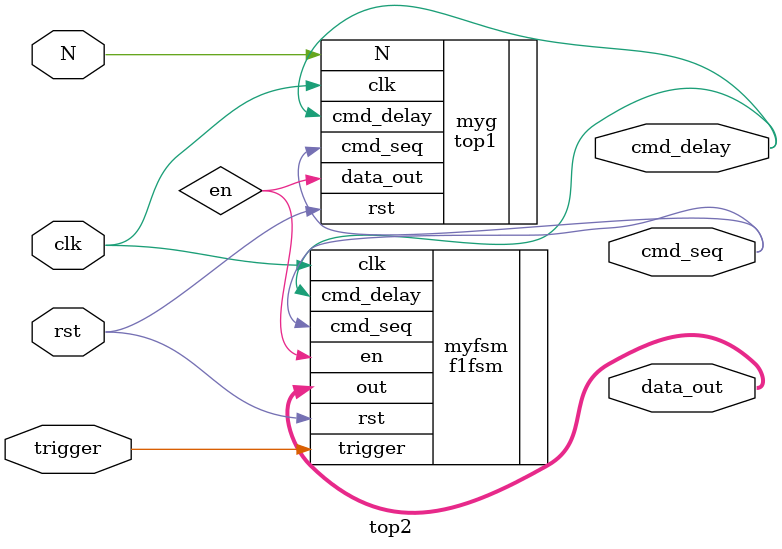
<source format=sv>
module  top2(
    input logic clk,
    input logic rst,
    input logic trigger,
    input logic N,
    output logic cmd_seq,
    output logic cmd_delay,
    output [7:0] data_out
);

logic en;

top1 myg(
    .clk(clk),
    .rst(rst),
    .cmd_seq(cmd_seq),
    .cmd_delay(cmd_delay),
    .N(N),
    .data_out(en)
);

f1fsm myfsm(
    .clk(clk),
    .rst(rst),
    .en(en),
    .trigger(trigger),
    .cmd_delay(cmd_delay),
    .cmd_seq(cmd_seq),
    .out(data_out)
);
endmodule

</source>
